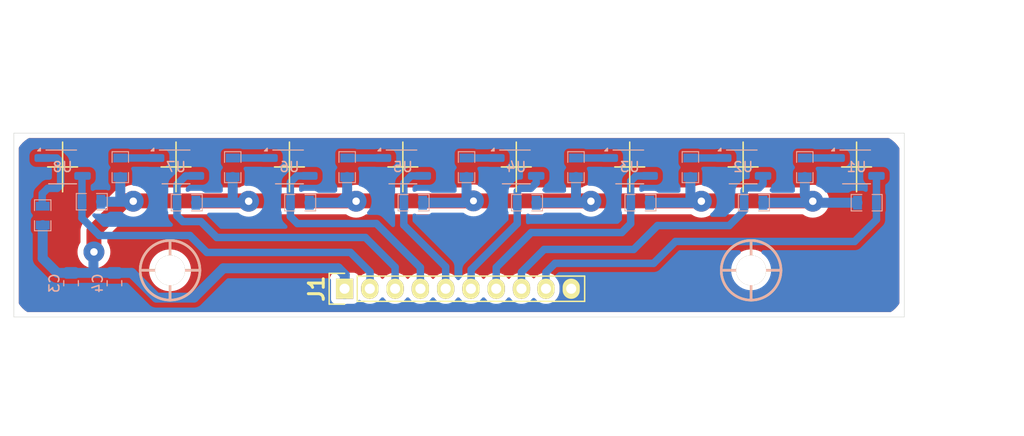
<source format=kicad_pcb>
(kicad_pcb (version 20240108) (generator "pcbnew") (generator_version "8.0")
  (layers (0 "F.Cu" signal) (31 "B.Cu" signal) (34 "B.Paste" user) (35 "F.Paste" user) (36 "B.SilkS" user "B.Silkscreen") (37 "F.SilkS" user "F.Silkscreen") (38 "B.Mask" user) (39 "F.Mask" user) (44 "Edge.Cuts" user))
  (net 0 "")
  (net 1 "GND")
  (net 2 "+3V3")
  (net 3 "Net-(U1-A)")
  (net 4 "/OUT1")
  (net 5 "Net-(U2-A)")
  (net 6 "/OUT2")
  (net 7 "Net-(U3-A)")
  (net 8 "/OUT3")
  (net 9 "Net-(U4-A)")
  (net 10 "/OUT4")
  (net 11 "Net-(U5-A)")
  (net 12 "Net-(U6-A)")
  (net 13 "Net-(U7-A)")
  (net 14 "Net-(U8-A)")
  (net 15 "/OUT5")
  (net 16 "/OUT6")
  (net 17 "/OUT7")
  (net 18 "/OUT8")
  (footprint "EESTN5:Separador_M3_10mm" (layer "F.Cu") (at 122.71 104)
    (property "Reference" "H1" (hide yes))
    (property "Value" "Mounting_Hole" (hide yes))
    (fp_line (start -3 0) (end 3 0) (stroke (width 0.254)) (layer "B.SilkS"))
    (fp_line (start 0 -3) (end 0 3) (stroke (width 0.254)) (layer "B.SilkS"))
    (fp_circle (center 0 0) (end 3 0) (stroke (width 0.254)) (fill none) (layer "B.SilkS"))
    (fp_line (start -3 0) (end 3 0) (stroke (width 0.254)) (layer "F.SilkS"))
    (fp_line (start 0 -3) (end 0 3) (stroke (width 0.254)) (layer "F.SilkS"))
    (fp_circle (center 0 0) (end 3 0) (stroke (width 0.254)) (fill none) (layer "F.SilkS"))
    (pad "1" thru_hole circle (at 0 0) (size 3 3) (drill 3) (layers "*.Cu" "F.SilkS"))
  )
  (footprint "EESTN5:Pin_Header_Straight_1x10" (layer "F.Cu") (at 151.6812 105.8552 90)
    (property "Reference" "J1" (at 0 -14.25 -90) (layer "F.SilkS") (effects (font (size 1.5 1.5) (thickness 0.3))))
    (property "Value" "Conn_01x10_Pin" (hide yes))
    (fp_line (start 1.55 -12.98) (end 1.55 -11.43) (stroke (width 0.15)) (layer "F.SilkS"))
    (fp_line (start -1.55 -12.98) (end 1.55 -12.98) (stroke (width 0.15)) (layer "F.SilkS"))
    (fp_line (start -1.55 -11.43) (end -1.55 -12.98) (stroke (width 0.15)) (layer "F.SilkS"))
    (fp_line (start 1.27 -10.16) (end -1.27 -10.16) (stroke (width 0.15)) (layer "F.SilkS"))
    (fp_line (start 1.27 -10.16) (end 1.27 12.7) (stroke (width 0.15)) (layer "F.SilkS"))
    (fp_line (start 1.27 12.7) (end -1.27 12.7) (stroke (width 0.15)) (layer "F.SilkS"))
    (fp_line (start -1.27 12.7) (end -1.27 -10.16) (stroke (width 0.15)) (layer "F.SilkS"))
    (pad "1" thru_hole rect (at 0 -11.43 90) (size 2.032 1.7272) (drill 1.016) (layers "*.Cu" "*.Mask" "F.SilkS") (net 2 "+3V3"))
    (pad "2" thru_hole oval (at 0 -8.89 90) (size 2.032 1.7272) (drill 1.016) (layers "*.Cu" "*.Mask" "F.SilkS") (net 18 "/OUT8"))
    (pad "3" thru_hole oval (at 0 -6.35 90) (size 2.032 1.7272) (drill 1.016) (layers "*.Cu" "*.Mask" "F.SilkS") (net 17 "/OUT7"))
    (pad "4" thru_hole oval (at 0 -3.81 90) (size 2.032 1.7272) (drill 1.016) (layers "*.Cu" "*.Mask" "F.SilkS") (net 16 "/OUT6"))
    (pad "5" thru_hole oval (at 0 -1.27 90) (size 2.032 1.7272) (drill 1.016) (layers "*.Cu" "*.Mask" "F.SilkS") (net 15 "/OUT5"))
    (pad "6" thru_hole oval (at 0 1.27 90) (size 2.032 1.7272) (drill 1.016) (layers "*.Cu" "*.Mask" "F.SilkS") (net 10 "/OUT4"))
    (pad "7" thru_hole oval (at 0 3.81 90) (size 2.032 1.7272) (drill 1.016) (layers "*.Cu" "*.Mask" "F.SilkS") (net 8 "/OUT3"))
    (pad "8" thru_hole oval (at 0 6.35 90) (size 2.032 1.7272) (drill 1.016) (layers "*.Cu" "*.Mask" "F.SilkS") (net 6 "/OUT2"))
    (pad "9" thru_hole oval (at 0 8.81 90) (size 2.032 1.7272) (drill 1.016) (layers "*.Cu" "*.Mask" "F.SilkS") (net 4 "/OUT1"))
    (pad "10" thru_hole oval (at 0 11.35 90) (size 2.032 1.7272) (drill 1.016) (layers "*.Cu" "*.Mask" "F.SilkS") (net 1 "GND"))
  )
  (footprint "EESTN5:Separador_M3_10mm" (layer "F.Cu") (at 181.11 104)
    (property "Reference" "H2" (hide yes))
    (property "Value" "Mounting_Hole" (hide yes))
    (fp_line (start -3 0) (end 3 0) (stroke (width 0.254)) (layer "B.SilkS"))
    (fp_line (start 0 -3) (end 0 3) (stroke (width 0.254)) (layer "B.SilkS"))
    (fp_circle (center 0 0) (end 3 0) (stroke (width 0.254)) (fill none) (layer "B.SilkS"))
    (fp_line (start -3 0) (end 3 0) (stroke (width 0.254)) (layer "F.SilkS"))
    (fp_line (start 0 -3) (end 0 3) (stroke (width 0.254)) (layer "F.SilkS"))
    (fp_circle (center 0 0) (end 3 0) (stroke (width 0.254)) (fill none) (layer "F.SilkS"))
    (pad "1" thru_hole circle (at 0 0) (size 3 3) (drill 3) (layers "*.Cu" "F.SilkS"))
  )
  (footprint "Capacitor_SMD:C_0805_2012Metric_Pad1.18x1.45mm_HandSolder" (layer "B.Cu") (at 117.12 105.3 -90)
    (property "Reference" "C4" (at 0 1.68 90) (layer "B.SilkS") (effects (justify mirror)))
    (property "Value" "100nf")
    (fp_line (start 0.261252 0.735) (end -0.261252 0.735) (stroke (width 0.12)) (layer "B.SilkS"))
    (fp_line (start 0.261252 -0.735) (end -0.261252 -0.735) (stroke (width 0.12)) (layer "B.SilkS"))
    (pad "1" smd roundrect (at -1.0375 0 270) (size 1.175 1.45) (layers "B.Cu" "B.Paste" "B.Mask") (roundrect_rratio 0.212766) (net 2 "+3V3"))
    (pad "2" smd roundrect (at 1.0375 0 270) (size 1.175 1.45) (layers "B.Cu" "B.Paste" "B.Mask") (roundrect_rratio 0.212766) (net 1 "GND"))
  )
  (footprint "EESTN5:R_0805" (layer "B.Cu") (at 186.51 93.6525 90)
    (property "Reference" "R1" (hide yes))
    (property "Value" "R" (hide yes))
    (fp_line (start 1.5875 -0.8255) (end 1.5875 0.8255) (stroke (width 0.09906)) (layer "B.SilkS"))
    (fp_line (start 0.508 -0.8255) (end 1.5875 -0.8255) (stroke (width 0.09906)) (layer "B.SilkS"))
    (fp_line (start -1.524 -0.8255) (end -0.508 -0.8255) (stroke (width 0.09906)) (layer "B.SilkS"))
    (fp_line (start 1.5875 0.8255) (end 0.508 0.8255) (stroke (width 0.09906)) (layer "B.SilkS"))
    (fp_line (start -0.508 0.8255) (end -1.524 0.8255) (stroke (width 0.09906)) (layer "B.SilkS"))
    (fp_line (start -1.524 0.8255) (end -1.524 -0.8255) (stroke (width 0.09906)) (layer "B.SilkS"))
    (pad "1" smd rect (at -0.9525 0 90) (size 0.889 1.397) (layers "B.Cu" "B.Paste" "B.Mask") (net 2 "+3V3"))
    (pad "2" smd rect (at 0.9525 0 90) (size 0.889 1.397) (layers "B.Cu" "B.Paste" "B.Mask") (net 3 "Net-(U1-A)"))
  )
  (footprint "OptoDevice:OnSemi_CASE100CY" (layer "B.Cu") (at 111.91 93.6 -90)
    (property "Reference" "U8" (at 0 0 180) (layer "B.SilkS") (effects (justify mirror)))
    (property "Value" "QRE1113GR")
    (fp_line (start -1.7 1.67) (end -1.7 -1.4) (stroke (width 0.12)) (layer "B.SilkS"))
    (fp_line (start 1.7 1.4) (end 1.7 -1.4) (stroke (width 0.12)) (layer "B.SilkS"))
    (fp_poly (pts (xy -1.61 2.23) (xy -1.89 2.23) (xy -1.61 2.51) (xy -1.61 2.23)) (stroke (width 0.12)) (fill solid) (layer "B.SilkS"))
    (pad "1" smd roundrect (at -0.9 2 270) (size 0.79 1.66) (layers "B.Cu" "B.Paste" "B.Mask") (net 14 "Net-(U8-A)"))
    (pad "2" smd roundrect (at -0.9 -2 270) (size 0.79 1.66) (layers "B.Cu" "B.Paste" "B.Mask") (net 1 "GND"))
    (pad "3" smd roundrect (at 0.9 -2 270) (size 0.79 1.66) (layers "B.Cu" "B.Paste" "B.Mask") (net 18 "/OUT8"))
    (pad "4" smd roundrect (at 0.9 2 270) (size 0.79 1.66) (layers "B.Cu" "B.Paste" "B.Mask") (net 1 "GND"))
  )
  (footprint "EESTN5:R_0805" (layer "B.Cu") (at 163.51 93.6525 90)
    (property "Reference" "R5" (hide yes))
    (property "Value" "R" (hide yes))
    (fp_line (start 1.5875 -0.8255) (end 1.5875 0.8255) (stroke (width 0.09906)) (layer "B.SilkS"))
    (fp_line (start 0.508 -0.8255) (end 1.5875 -0.8255) (stroke (width 0.09906)) (layer "B.SilkS"))
    (fp_line (start -1.524 -0.8255) (end -0.508 -0.8255) (stroke (width 0.09906)) (layer "B.SilkS"))
    (fp_line (start 1.5875 0.8255) (end 0.508 0.8255) (stroke (width 0.09906)) (layer "B.SilkS"))
    (fp_line (start -0.508 0.8255) (end -1.524 0.8255) (stroke (width 0.09906)) (layer "B.SilkS"))
    (fp_line (start -1.524 0.8255) (end -1.524 -0.8255) (stroke (width 0.09906)) (layer "B.SilkS"))
    (pad "1" smd rect (at -0.9525 0 90) (size 0.889 1.397) (layers "B.Cu" "B.Paste" "B.Mask") (net 2 "+3V3"))
    (pad "2" smd rect (at 0.9525 0 90) (size 0.889 1.397) (layers "B.Cu" "B.Paste" "B.Mask") (net 7 "Net-(U3-A)"))
  )
  (footprint "OptoDevice:OnSemi_CASE100CY" (layer "B.Cu") (at 180.31 93.6 -90)
    (property "Reference" "U2" (at 0 0 180) (layer "B.SilkS") (effects (justify mirror)))
    (property "Value" "QRE1113GR")
    (fp_line (start -1.7 1.67) (end -1.7 -1.4) (stroke (width 0.12)) (layer "B.SilkS"))
    (fp_line (start 1.7 1.4) (end 1.7 -1.4) (stroke (width 0.12)) (layer "B.SilkS"))
    (fp_poly (pts (xy -1.61 2.23) (xy -1.89 2.23) (xy -1.61 2.51) (xy -1.61 2.23)) (stroke (width 0.12)) (fill solid) (layer "B.SilkS"))
    (pad "1" smd roundrect (at -0.9 2 270) (size 0.79 1.66) (layers "B.Cu" "B.Paste" "B.Mask") (net 5 "Net-(U2-A)"))
    (pad "2" smd roundrect (at -0.9 -2 270) (size 0.79 1.66) (layers "B.Cu" "B.Paste" "B.Mask") (net 1 "GND"))
    (pad "3" smd roundrect (at 0.9 -2 270) (size 0.79 1.66) (layers "B.Cu" "B.Paste" "B.Mask") (net 6 "/OUT2"))
    (pad "4" smd roundrect (at 0.9 2 270) (size 0.79 1.66) (layers "B.Cu" "B.Paste" "B.Mask") (net 1 "GND"))
  )
  (footprint "EESTN5:R_0805" (layer "B.Cu") (at 169.9575 97.2)
    (property "Reference" "R6" (hide yes))
    (property "Value" "R" (hide yes))
    (fp_line (start -1.524 -0.8255) (end -0.508 -0.8255) (stroke (width 0.09906)) (layer "B.SilkS"))
    (fp_line (start -1.524 0.8255) (end -1.524 -0.8255) (stroke (width 0.09906)) (layer "B.SilkS"))
    (fp_line (start -0.508 0.8255) (end -1.524 0.8255) (stroke (width 0.09906)) (layer "B.SilkS"))
    (fp_line (start 0.508 -0.8255) (end 1.5875 -0.8255) (stroke (width 0.09906)) (layer "B.SilkS"))
    (fp_line (start 1.5875 -0.8255) (end 1.5875 0.8255) (stroke (width 0.09906)) (layer "B.SilkS"))
    (fp_line (start 1.5875 0.8255) (end 0.508 0.8255) (stroke (width 0.09906)) (layer "B.SilkS"))
    (pad "1" smd rect (at -0.9525 0) (size 0.889 1.397) (layers "B.Cu" "B.Paste" "B.Mask") (net 8 "/OUT3"))
    (pad "2" smd rect (at 0.9525 0) (size 0.889 1.397) (layers "B.Cu" "B.Paste" "B.Mask") (net 2 "+3V3"))
  )
  (footprint "EESTN5:R_0805" (layer "B.Cu") (at 109.91 98.5 90)
    (property "Reference" "R12" (hide yes))
    (property "Value" "R" (hide yes))
    (fp_line (start 1.5875 -0.8255) (end 1.5875 0.8255) (stroke (width 0.09906)) (layer "B.SilkS"))
    (fp_line (start 0.508 -0.8255) (end 1.5875 -0.8255) (stroke (width 0.09906)) (layer "B.SilkS"))
    (fp_line (start -1.524 -0.8255) (end -0.508 -0.8255) (stroke (width 0.09906)) (layer "B.SilkS"))
    (fp_line (start 1.5875 0.8255) (end 0.508 0.8255) (stroke (width 0.09906)) (layer "B.SilkS"))
    (fp_line (start -0.508 0.8255) (end -1.524 0.8255) (stroke (width 0.09906)) (layer "B.SilkS"))
    (fp_line (start -1.524 0.8255) (end -1.524 -0.8255) (stroke (width 0.09906)) (layer "B.SilkS"))
    (pad "1" smd rect (at -0.9525 0 90) (size 0.889 1.397) (layers "B.Cu" "B.Paste" "B.Mask") (net 2 "+3V3"))
    (pad "2" smd rect (at 0.9525 0 90) (size 0.889 1.397) (layers "B.Cu" "B.Paste" "B.Mask") (net 14 "Net-(U8-A)"))
  )
  (footprint "EESTN5:R_0805" (layer "B.Cu") (at 147.1575 97.2)
    (property "Reference" "R13" (hide yes))
    (property "Value" "R" (hide yes))
    (fp_line (start -1.524 -0.8255) (end -0.508 -0.8255) (stroke (width 0.09906)) (layer "B.SilkS"))
    (fp_line (start -1.524 0.8255) (end -1.524 -0.8255) (stroke (width 0.09906)) (layer "B.SilkS"))
    (fp_line (start -0.508 0.8255) (end -1.524 0.8255) (stroke (width 0.09906)) (layer "B.SilkS"))
    (fp_line (start 0.508 -0.8255) (end 1.5875 -0.8255) (stroke (width 0.09906)) (layer "B.SilkS"))
    (fp_line (start 1.5875 -0.8255) (end 1.5875 0.8255) (stroke (width 0.09906)) (layer "B.SilkS"))
    (fp_line (start 1.5875 0.8255) (end 0.508 0.8255) (stroke (width 0.09906)) (layer "B.SilkS"))
    (pad "1" smd rect (at -0.9525 0) (size 0.889 1.397) (layers "B.Cu" "B.Paste" "B.Mask") (net 15 "/OUT5"))
    (pad "2" smd rect (at 0.9525 0) (size 0.889 1.397) (layers "B.Cu" "B.Paste" "B.Mask") (net 2 "+3V3"))
  )
  (footprint "OptoDevice:OnSemi_CASE100CY" (layer "B.Cu") (at 168.91 93.6 -90)
    (property "Reference" "U3" (at 0 0 180) (layer "B.SilkS") (effects (justify mirror)))
    (property "Value" "QRE1113GR")
    (fp_line (start -1.7 1.67) (end -1.7 -1.4) (stroke (width 0.12)) (layer "B.SilkS"))
    (fp_line (start 1.7 1.4) (end 1.7 -1.4) (stroke (width 0.12)) (layer "B.SilkS"))
    (fp_poly (pts (xy -1.61 2.23) (xy -1.89 2.23) (xy -1.61 2.51) (xy -1.61 2.23)) (stroke (width 0.12)) (fill solid) (layer "B.SilkS"))
    (pad "1" smd roundrect (at -0.9 2 270) (size 0.79 1.66) (layers "B.Cu" "B.Paste" "B.Mask") (net 7 "Net-(U3-A)"))
    (pad "2" smd roundrect (at -0.9 -2 270) (size 0.79 1.66) (layers "B.Cu" "B.Paste" "B.Mask") (net 1 "GND"))
    (pad "3" smd roundrect (at 0.9 -2 270) (size 0.79 1.66) (layers "B.Cu" "B.Paste" "B.Mask") (net 8 "/OUT3"))
    (pad "4" smd roundrect (at 0.9 2 270) (size 0.79 1.66) (layers "B.Cu" "B.Paste" "B.Mask") (net 1 "GND"))
  )
  (footprint "EESTN5:R_0805" (layer "B.Cu") (at 129.01 93.6525 90)
    (property "Reference" "R10" (hide yes))
    (property "Value" "R" (hide yes))
    (fp_line (start 1.5875 -0.8255) (end 1.5875 0.8255) (stroke (width 0.09906)) (layer "B.SilkS"))
    (fp_line (start 0.508 -0.8255) (end 1.5875 -0.8255) (stroke (width 0.09906)) (layer "B.SilkS"))
    (fp_line (start -1.524 -0.8255) (end -0.508 -0.8255) (stroke (width 0.09906)) (layer "B.SilkS"))
    (fp_line (start 1.5875 0.8255) (end 0.508 0.8255) (stroke (width 0.09906)) (layer "B.SilkS"))
    (fp_line (start -0.508 0.8255) (end -1.524 0.8255) (stroke (width 0.09906)) (layer "B.SilkS"))
    (fp_line (start -1.524 0.8255) (end -1.524 -0.8255) (stroke (width 0.09906)) (layer "B.SilkS"))
    (pad "1" smd rect (at -0.9525 0 90) (size 0.889 1.397) (layers "B.Cu" "B.Paste" "B.Mask") (net 2 "+3V3"))
    (pad "2" smd rect (at 0.9525 0 90) (size 0.889 1.397) (layers "B.Cu" "B.Paste" "B.Mask") (net 12 "Net-(U6-A)"))
  )
  (footprint "EESTN5:R_0805" (layer "B.Cu") (at 158.5575 97.2)
    (property "Reference" "R8" (hide yes))
    (property "Value" "R" (hide yes))
    (fp_line (start -1.524 -0.8255) (end -0.508 -0.8255) (stroke (width 0.09906)) (layer "B.SilkS"))
    (fp_line (start -1.524 0.8255) (end -1.524 -0.8255) (stroke (width 0.09906)) (layer "B.SilkS"))
    (fp_line (start -0.508 0.8255) (end -1.524 0.8255) (stroke (width 0.09906)) (layer "B.SilkS"))
    (fp_line (start 0.508 -0.8255) (end 1.5875 -0.8255) (stroke (width 0.09906)) (layer "B.SilkS"))
    (fp_line (start 1.5875 -0.8255) (end 1.5875 0.8255) (stroke (width 0.09906)) (layer "B.SilkS"))
    (fp_line (start 1.5875 0.8255) (end 0.508 0.8255) (stroke (width 0.09906)) (layer "B.SilkS"))
    (pad "1" smd rect (at -0.9525 0) (size 0.889 1.397) (layers "B.Cu" "B.Paste" "B.Mask") (net 10 "/OUT4"))
    (pad "2" smd rect (at 0.9525 0) (size 0.889 1.397) (layers "B.Cu" "B.Paste" "B.Mask") (net 2 "+3V3"))
  )
  (footprint "OptoDevice:OnSemi_CASE100CY" (layer "B.Cu") (at 191.71 93.6 -90)
    (property "Reference" "U1" (at 0 0 180) (layer "B.SilkS") (effects (justify mirror)))
    (property "Value" "QRE1113GR")
    (fp_line (start -1.7 1.67) (end -1.7 -1.4) (stroke (width 0.12)) (layer "B.SilkS"))
    (fp_line (start 1.7 1.4) (end 1.7 -1.4) (stroke (width 0.12)) (layer "B.SilkS"))
    (fp_poly (pts (xy -1.61 2.23) (xy -1.89 2.23) (xy -1.61 2.51) (xy -1.61 2.23)) (stroke (width 0.12)) (fill solid) (layer "B.SilkS"))
    (pad "1" smd roundrect (at -0.9 2 270) (size 0.79 1.66) (layers "B.Cu" "B.Paste" "B.Mask") (net 3 "Net-(U1-A)"))
    (pad "2" smd roundrect (at -0.9 -2 270) (size 0.79 1.66) (layers "B.Cu" "B.Paste" "B.Mask") (net 1 "GND"))
    (pad "3" smd roundrect (at 0.9 -2 270) (size 0.79 1.66) (layers "B.Cu" "B.Paste" "B.Mask") (net 4 "/OUT1"))
    (pad "4" smd roundrect (at 0.9 2 270) (size 0.79 1.66) (layers "B.Cu" "B.Paste" "B.Mask") (net 1 "GND"))
  )
  (footprint "OptoDevice:OnSemi_CASE100CY" (layer "B.Cu") (at 123.31 93.6 -90)
    (property "Reference" "U7" (at 0 0 180) (layer "B.SilkS") (effects (justify mirror)))
    (property "Value" "QRE1113GR")
    (fp_line (start -1.7 1.67) (end -1.7 -1.4) (stroke (width 0.12)) (layer "B.SilkS"))
    (fp_line (start 1.7 1.4) (end 1.7 -1.4) (stroke (width 0.12)) (layer "B.SilkS"))
    (fp_poly (pts (xy -1.61 2.23) (xy -1.89 2.23) (xy -1.61 2.51) (xy -1.61 2.23)) (stroke (width 0.12)) (fill solid) (layer "B.SilkS"))
    (pad "1" smd roundrect (at -0.9 2 270) (size 0.79 1.66) (layers "B.Cu" "B.Paste" "B.Mask") (net 13 "Net-(U7-A)"))
    (pad "2" smd roundrect (at -0.9 -2 270) (size 0.79 1.66) (layers "B.Cu" "B.Paste" "B.Mask") (net 1 "GND"))
    (pad "3" smd roundrect (at 0.9 -2 270) (size 0.79 1.66) (layers "B.Cu" "B.Paste" "B.Mask") (net 17 "/OUT7"))
    (pad "4" smd roundrect (at 0.9 2 270) (size 0.79 1.66) (layers "B.Cu" "B.Paste" "B.Mask") (net 1 "GND"))
  )
  (footprint "OptoDevice:OnSemi_CASE100CY" (layer "B.Cu") (at 146.11 93.6 -90)
    (property "Reference" "U5" (at 0 0 180) (layer "B.SilkS") (effects (justify mirror)))
    (property "Value" "QRE1113GR")
    (fp_line (start -1.7 1.67) (end -1.7 -1.4) (stroke (width 0.12)) (layer "B.SilkS"))
    (fp_line (start 1.7 1.4) (end 1.7 -1.4) (stroke (width 0.12)) (layer "B.SilkS"))
    (fp_poly (pts (xy -1.61 2.23) (xy -1.89 2.23) (xy -1.61 2.51) (xy -1.61 2.23)) (stroke (width 0.12)) (fill solid) (layer "B.SilkS"))
    (pad "1" smd roundrect (at -0.9 2 270) (size 0.79 1.66) (layers "B.Cu" "B.Paste" "B.Mask") (net 11 "Net-(U5-A)"))
    (pad "2" smd roundrect (at -0.9 -2 270) (size 0.79 1.66) (layers "B.Cu" "B.Paste" "B.Mask") (net 1 "GND"))
    (pad "3" smd roundrect (at 0.9 -2 270) (size 0.79 1.66) (layers "B.Cu" "B.Paste" "B.Mask") (net 15 "/OUT5"))
    (pad "4" smd roundrect (at 0.9 2 270) (size 0.79 1.66) (layers "B.Cu" "B.Paste" "B.Mask") (net 1 "GND"))
  )
  (footprint "EESTN5:R_0805" (layer "B.Cu") (at 152.51 93.6525 90)
    (property "Reference" "R7" (hide yes))
    (property "Value" "R" (hide yes))
    (fp_line (start 1.5875 -0.8255) (end 1.5875 0.8255) (stroke (width 0.09906)) (layer "B.SilkS"))
    (fp_line (start 0.508 -0.8255) (end 1.5875 -0.8255) (stroke (width 0.09906)) (layer "B.SilkS"))
    (fp_line (start -1.524 -0.8255) (end -0.508 -0.8255) (stroke (width 0.09906)) (layer "B.SilkS"))
    (fp_line (start 1.5875 0.8255) (end 0.508 0.8255) (stroke (width 0.09906)) (layer "B.SilkS"))
    (fp_line (start -0.508 0.8255) (end -1.524 0.8255) (stroke (width 0.09906)) (layer "B.SilkS"))
    (fp_line (start -1.524 0.8255) (end -1.524 -0.8255) (stroke (width 0.09906)) (layer "B.SilkS"))
    (pad "1" smd rect (at -0.9525 0 90) (size 0.889 1.397) (layers "B.Cu" "B.Paste" "B.Mask") (net 2 "+3V3"))
    (pad "2" smd rect (at 0.9525 0 90) (size 0.889 1.397) (layers "B.Cu" "B.Paste" "B.Mask") (net 9 "Net-(U4-A)"))
  )
  (footprint "EESTN5:R_0805" (layer "B.Cu") (at 175.01 93.6525 90)
    (property "Reference" "R3" (hide yes))
    (property "Value" "R" (hide yes))
    (fp_line (start 1.5875 -0.8255) (end 1.5875 0.8255) (stroke (width 0.09906)) (layer "B.SilkS"))
    (fp_line (start 0.508 -0.8255) (end 1.5875 -0.8255) (stroke (width 0.09906)) (layer "B.SilkS"))
    (fp_line (start -1.524 -0.8255) (end -0.508 -0.8255) (stroke (width 0.09906)) (layer "B.SilkS"))
    (fp_line (start 1.5875 0.8255) (end 0.508 0.8255) (stroke (width 0.09906)) (layer "B.SilkS"))
    (fp_line (start -0.508 0.8255) (end -1.524 0.8255) (stroke (width 0.09906)) (layer "B.SilkS"))
    (fp_line (start -1.524 0.8255) (end -1.524 -0.8255) (stroke (width 0.09906)) (layer "B.SilkS"))
    (pad "1" smd rect (at -0.9525 0 90) (size 0.889 1.397) (layers "B.Cu" "B.Paste" "B.Mask") (net 2 "+3V3"))
    (pad "2" smd rect (at 0.9525 0 90) (size 0.889 1.397) (layers "B.Cu" "B.Paste" "B.Mask") (net 5 "Net-(U2-A)"))
  )
  (footprint "EESTN5:R_0805" (layer "B.Cu") (at 117.71 93.6525 90)
    (property "Reference" "R11" (hide yes))
    (property "Value" "R" (hide yes))
    (fp_line (start 1.5875 -0.8255) (end 1.5875 0.8255) (stroke (width 0.09906)) (layer "B.SilkS"))
    (fp_line (start 0.508 -0.8255) (end 1.5875 -0.8255) (stroke (width 0.09906)) (layer "B.SilkS"))
    (fp_line (start -1.524 -0.8255) (end -0.508 -0.8255) (stroke (width 0.09906)) (layer "B.SilkS"))
    (fp_line (start 1.5875 0.8255) (end 0.508 0.8255) (stroke (width 0.09906)) (layer "B.SilkS"))
    (fp_line (start -0.508 0.8255) (end -1.524 0.8255) (stroke (width 0.09906)) (layer "B.SilkS"))
    (fp_line (start -1.524 0.8255) (end -1.524 -0.8255) (stroke (width 0.09906)) (layer "B.SilkS"))
    (pad "1" smd rect (at -0.9525 0 90) (size 0.889 1.397) (layers "B.Cu" "B.Paste" "B.Mask") (net 2 "+3V3"))
    (pad "2" smd rect (at 0.9525 0 90) (size 0.889 1.397) (layers "B.Cu" "B.Paste" "B.Mask") (net 13 "Net-(U7-A)"))
  )
  (footprint "EESTN5:R_0805" (layer "B.Cu") (at 135.7575 97.2)
    (property "Reference" "R14" (hide yes))
    (property "Value" "R" (hide yes))
    (fp_line (start -1.524 -0.8255) (end -0.508 -0.8255) (stroke (width 0.09906)) (layer "B.SilkS"))
    (fp_line (start -1.524 0.8255) (end -1.524 -0.8255) (stroke (width 0.09906)) (layer "B.SilkS"))
    (fp_line (start -0.508 0.8255) (end -1.524 0.8255) (stroke (width 0.09906)) (layer "B.SilkS"))
    (fp_line (start 0.508 -0.8255) (end 1.5875 -0.8255) (stroke (width 0.09906)) (layer "B.SilkS"))
    (fp_line (start 1.5875 -0.8255) (end 1.5875 0.8255) (stroke (width 0.09906)) (layer "B.SilkS"))
    (fp_line (start 1.5875 0.8255) (end 0.508 0.8255) (stroke (width 0.09906)) (layer "B.SilkS"))
    (pad "1" smd rect (at -0.9525 0) (size 0.889 1.397) (layers "B.Cu" "B.Paste" "B.Mask") (net 16 "/OUT6"))
    (pad "2" smd rect (at 0.9525 0) (size 0.889 1.397) (layers "B.Cu" "B.Paste" "B.Mask") (net 2 "+3V3"))
  )
  (footprint "OptoDevice:OnSemi_CASE100CY" (layer "B.Cu") (at 134.71 93.6 -90)
    (property "Reference" "U6" (at 0 0 180) (layer "B.SilkS") (effects (justify mirror)))
    (property "Value" "QRE1113GR")
    (fp_line (start -1.7 1.67) (end -1.7 -1.4) (stroke (width 0.12)) (layer "B.SilkS"))
    (fp_line (start 1.7 1.4) (end 1.7 -1.4) (stroke (width 0.12)) (layer "B.SilkS"))
    (fp_poly (pts (xy -1.61 2.23) (xy -1.89 2.23) (xy -1.61 2.51) (xy -1.61 2.23)) (stroke (width 0.12)) (fill solid) (layer "B.SilkS"))
    (pad "1" smd roundrect (at -0.9 2 270) (size 0.79 1.66) (layers "B.Cu" "B.Paste" "B.Mask") (net 12 "Net-(U6-A)"))
    (pad "2" smd roundrect (at -0.9 -2 270) (size 0.79 1.66) (layers "B.Cu" "B.Paste" "B.Mask") (net 1 "GND"))
    (pad "3" smd roundrect (at 0.9 -2 270) (size 0.79 1.66) (layers "B.Cu" "B.Paste" "B.Mask") (net 16 "/OUT6"))
    (pad "4" smd roundrect (at 0.9 2 270) (size 0.79 1.66) (layers "B.Cu" "B.Paste" "B.Mask") (net 1 "GND"))
  )
  (footprint "EESTN5:R_0805" (layer "B.Cu") (at 140.51 93.6525 90)
    (property "Reference" "R9" (hide yes))
    (property "Value" "R" (hide yes))
    (fp_line (start 1.5875 -0.8255) (end 1.5875 0.8255) (stroke (width 0.09906)) (layer "B.SilkS"))
    (fp_line (start 0.508 -0.8255) (end 1.5875 -0.8255) (stroke (width 0.09906)) (layer "B.SilkS"))
    (fp_line (start -1.524 -0.8255) (end -0.508 -0.8255) (stroke (width 0.09906)) (layer "B.SilkS"))
    (fp_line (start 1.5875 0.8255) (end 0.508 0.8255) (stroke (width 0.09906)) (layer "B.SilkS"))
    (fp_line (start -0.508 0.8255) (end -1.524 0.8255) (stroke (width 0.09906)) (layer "B.SilkS"))
    (fp_line (start -1.524 0.8255) (end -1.524 -0.8255) (stroke (width 0.09906)) (layer "B.SilkS"))
    (pad "1" smd rect (at -0.9525 0 90) (size 0.889 1.397) (layers "B.Cu" "B.Paste" "B.Mask") (net 2 "+3V3"))
    (pad "2" smd rect (at 0.9525 0 90) (size 0.889 1.397) (layers "B.Cu" "B.Paste" "B.Mask") (net 11 "Net-(U5-A)"))
  )
  (footprint "OptoDevice:OnSemi_CASE100CY" (layer "B.Cu") (at 157.51 93.6 -90)
    (property "Reference" "U4" (at 0 0 180) (layer "B.SilkS") (effects (justify mirror)))
    (property "Value" "QRE1113GR")
    (fp_line (start -1.7 1.67) (end -1.7 -1.4) (stroke (width 0.12)) (layer "B.SilkS"))
    (fp_line (start 1.7 1.4) (end 1.7 -1.4) (stroke (width 0.12)) (layer "B.SilkS"))
    (fp_poly (pts (xy -1.61 2.23) (xy -1.89 2.23) (xy -1.61 2.51) (xy -1.61 2.23)) (stroke (width 0.12)) (fill solid) (layer "B.SilkS"))
    (pad "1" smd roundrect (at -0.9 2 270) (size 0.79 1.66) (layers "B.Cu" "B.Paste" "B.Mask") (net 9 "Net-(U4-A)"))
    (pad "2" smd roundrect (at -0.9 -2 270) (size 0.79 1.66) (layers "B.Cu" "B.Paste" "B.Mask") (net 1 "GND"))
    (pad "3" smd roundrect (at 0.9 -2 270) (size 0.79 1.66) (layers "B.Cu" "B.Paste" "B.Mask") (net 10 "/OUT4"))
    (pad "4" smd roundrect (at 0.9 2 270) (size 0.79 1.66) (layers "B.Cu" "B.Paste" "B.Mask") (net 1 "GND"))
  )
  (footprint "EESTN5:R_0805" (layer "B.Cu") (at 114.81 97.1)
    (property "Reference" "R16" (hide yes))
    (property "Value" "R" (hide yes))
    (fp_line (start -1.524 -0.8255) (end -0.508 -0.8255) (stroke (width 0.09906)) (layer "B.SilkS"))
    (fp_line (start -1.524 0.8255) (end -1.524 -0.8255) (stroke (width 0.09906)) (layer "B.SilkS"))
    (fp_line (start -0.508 0.8255) (end -1.524 0.8255) (stroke (width 0.09906)) (layer "B.SilkS"))
    (fp_line (start 0.508 -0.8255) (end 1.5875 -0.8255) (stroke (width 0.09906)) (layer "B.SilkS"))
    (fp_line (start 1.5875 -0.8255) (end 1.5875 0.8255) (stroke (width 0.09906)) (layer "B.SilkS"))
    (fp_line (start 1.5875 0.8255) (end 0.508 0.8255) (stroke (width 0.09906)) (layer "B.SilkS"))
    (pad "1" smd rect (at -0.9525 0) (size 0.889 1.397) (layers "B.Cu" "B.Paste" "B.Mask") (net 18 "/OUT8"))
    (pad "2" smd rect (at 0.9525 0) (size 0.889 1.397) (layers "B.Cu" "B.Paste" "B.Mask") (net 2 "+3V3"))
  )
  (footprint "Capacitor_SMD:C_0805_2012Metric_Pad1.18x1.45mm_HandSolder" (layer "B.Cu") (at 112.76 105.3 -90)
    (property "Reference" "C3" (at 0 1.68 90) (layer "B.SilkS") (effects (justify mirror)))
    (property "Value" "100nf")
    (fp_line (start 0.261252 0.735) (end -0.261252 0.735) (stroke (width 0.12)) (layer "B.SilkS"))
    (fp_line (start 0.261252 -0.735) (end -0.261252 -0.735) (stroke (width 0.12)) (layer "B.SilkS"))
    (pad "1" smd roundrect (at -1.0375 0 270) (size 1.175 1.45) (layers "B.Cu" "B.Paste" "B.Mask") (roundrect_rratio 0.212766) (net 2 "+3V3"))
    (pad "2" smd roundrect (at 1.0375 0 270) (size 1.175 1.45) (layers "B.Cu" "B.Paste" "B.Mask") (roundrect_rratio 0.212766) (net 1 "GND"))
  )
  (footprint "EESTN5:R_0805" (layer "B.Cu") (at 124.3575 97.2)
    (property "Reference" "R15" (hide yes))
    (property "Value" "R" (hide yes))
    (fp_line (start -1.524 -0.8255) (end -0.508 -0.8255) (stroke (width 0.09906)) (layer "B.SilkS"))
    (fp_line (start -1.524 0.8255) (end -1.524 -0.8255) (stroke (width 0.09906)) (layer "B.SilkS"))
    (fp_line (start -0.508 0.8255) (end -1.524 0.8255) (stroke (width 0.09906)) (layer "B.SilkS"))
    (fp_line (start 0.508 -0.8255) (end 1.5875 -0.8255) (stroke (width 0.09906)) (layer "B.SilkS"))
    (fp_line (start 1.5875 -0.8255) (end 1.5875 0.8255) (stroke (width 0.09906)) (layer "B.SilkS"))
    (fp_line (start 1.5875 0.8255) (end 0.508 0.8255) (stroke (width 0.09906)) (layer "B.SilkS"))
    (pad "1" smd rect (at -0.9525 0) (size 0.889 1.397) (layers "B.Cu" "B.Paste" "B.Mask") (net 17 "/OUT7"))
    (pad "2" smd rect (at 0.9525 0) (size 0.889 1.397) (layers "B.Cu" "B.Paste" "B.Mask") (net 2 "+3V3"))
  )
  (footprint "EESTN5:R_0805" (layer "B.Cu") (at 181.3575 97.2)
    (property "Reference" "R4" (hide yes))
    (property "Value" "R" (hide yes))
    (fp_line (start -1.524 -0.8255) (end -0.508 -0.8255) (stroke (width 0.09906)) (layer "B.SilkS"))
    (fp_line (start -1.524 0.8255) (end -1.524 -0.8255) (stroke (width 0.09906)) (layer "B.SilkS"))
    (fp_line (start -0.508 0.8255) (end -1.524 0.8255) (stroke (width 0.09906)) (layer "B.SilkS"))
    (fp_line (start 0.508 -0.8255) (end 1.5875 -0.8255) (stroke (width 0.09906)) (layer "B.SilkS"))
    (fp_line (start 1.5875 -0.8255) (end 1.5875 0.8255) (stroke (width 0.09906)) (layer "B.SilkS"))
    (fp_line (start 1.5875 0.8255) (end 0.508 0.8255) (stroke (width 0.09906)) (layer "B.SilkS"))
    (pad "1" smd rect (at -0.9525 0) (size 0.889 1.397) (layers "B.Cu" "B.Paste" "B.Mask") (net 6 "/OUT2"))
    (pad "2" smd rect (at 0.9525 0) (size 0.889 1.397) (layers "B.Cu" "B.Paste" "B.Mask") (net 2 "+3V3"))
  )
  (footprint "EESTN5:R_0805" (layer "B.Cu") (at 192.7575 97.2 180)
    (property "Reference" "R2" (hide yes))
    (property "Value" "R" (hide yes))
    (fp_line (start 1.5875 0.8255) (end 0.508 0.8255) (stroke (width 0.09906)) (layer "B.SilkS"))
    (fp_line (start 1.5875 -0.8255) (end 1.5875 0.8255) (stroke (width 0.09906)) (layer "B.SilkS"))
    (fp_line (start 0.508 -0.8255) (end 1.5875 -0.8255) (stroke (width 0.09906)) (layer "B.SilkS"))
    (fp_line (start -0.508 0.8255) (end -1.524 0.8255) (stroke (width 0.09906)) (layer "B.SilkS"))
    (fp_line (start -1.524 0.8255) (end -1.524 -0.8255) (stroke (width 0.09906)) (layer "B.SilkS"))
    (fp_line (start -1.524 -0.8255) (end -0.508 -0.8255) (stroke (width 0.09906)) (layer "B.SilkS"))
    (pad "1" smd rect (at -0.9525 0 180) (size 0.889 1.397) (layers "B.Cu" "B.Paste" "B.Mask") (net 4 "/OUT1"))
    (pad "2" smd rect (at 0.9525 0 180) (size 0.889 1.397) (layers "B.Cu" "B.Paste" "B.Mask") (net 2 "+3V3"))
  )
  (gr_line (start 191.71 93.6) (end 190.21 93.6) (stroke (width 0.15)) (layer "F.SilkS"))
  (gr_line (start 191.71 91.1) (end 191.71 96.1) (stroke (width 0.15)) (layer "F.SilkS"))
  (gr_line (start 146.11 93.6) (end 144.61 93.6) (stroke (width 0.15)) (layer "F.SilkS"))
  (gr_line (start 180.31 93.6) (end 178.81 93.6) (stroke (width 0.15)) (layer "F.SilkS"))
  (gr_line (start 191.71 93.6) (end 193.21 93.6) (stroke (width 0.15)) (layer "F.SilkS"))
  (gr_line (start 134.71 93.6) (end 136.21 93.6) (stroke (width 0.15)) (layer "F.SilkS"))
  (gr_line (start 157.51 93.6) (end 156.01 93.6) (stroke (width 0.15)) (layer "F.SilkS"))
  (gr_line (start 157.51 91.1) (end 157.51 96.1) (stroke (width 0.15)) (layer "F.SilkS"))
  (gr_line (start 123.31 93.6) (end 121.81 93.6) (stroke (width 0.15)) (layer "F.SilkS"))
  (gr_line (start 168.91 93.6) (end 167.41 93.6) (stroke (width 0.15)) (layer "F.SilkS"))
  (gr_line (start 180.31 91.1) (end 180.31 96.1) (stroke (width 0.15)) (layer "F.SilkS"))
  (gr_line (start 123.31 93.6) (end 124.81 93.6) (stroke (width 0.15)) (layer "F.SilkS"))
  (gr_line (start 168.91 93.6) (end 170.41 93.6) (stroke (width 0.15)) (layer "F.SilkS"))
  (gr_line (start 146.11 91.1) (end 146.11 96.1) (stroke (width 0.15)) (layer "F.SilkS"))
  (gr_line (start 146.11 93.6) (end 147.61 93.6) (stroke (width 0.15)) (layer "F.SilkS"))
  (gr_line (start 168.91 91.1) (end 168.91 96.1) (stroke (width 0.15)) (layer "F.SilkS"))
  (gr_line (start 111.91 93.6) (end 110.41 93.6) (stroke (width 0.15)) (layer "F.SilkS"))
  (gr_line (start 111.91 93.6) (end 113.41 93.6) (stroke (width 0.15)) (layer "F.SilkS"))
  (gr_line (start 134.71 91.1) (end 134.71 96.1) (stroke (width 0.15)) (layer "F.SilkS"))
  (gr_line (start 134.71 93.6) (end 133.21 93.6) (stroke (width 0.15)) (layer "F.SilkS"))
  (gr_line (start 180.31 93.6) (end 181.81 93.6) (stroke (width 0.15)) (layer "F.SilkS"))
  (gr_line (start 111.91 91.1) (end 111.91 96.1) (stroke (width 0.15)) (layer "F.SilkS"))
  (gr_line (start 157.51 93.6) (end 159.01 93.6) (stroke (width 0.15)) (layer "F.SilkS"))
  (gr_line (start 123.31 91.1) (end 123.31 96.1) (stroke (width 0.15)) (layer "F.SilkS"))
  (gr_line (start 196.51 90.2) (end 107.01 90.2) (stroke (width 0.05)) (layer "Edge.Cuts"))
  (gr_line (start 107.01 108.7) (end 196.51 108.7) (stroke (width 0.05)) (layer "Edge.Cuts"))
  (gr_line (start 107.01 90.2) (end 107.01 108.7) (stroke (width 0.05)) (layer "Edge.Cuts"))
  (gr_line (start 196.51 108.7) (end 196.51 90.2) (stroke (width 0.05)) (layer "Edge.Cuts"))
  (segment (start 115.06 100.05) (end 118.094 97.016) (width 1.5) (layer "F.Cu") (net 2))
  (segment (start 187.31 97.2) (end 187.21 97.1) (width 1) (layer "F.Cu") (net 2))
  (segment (start 153.2052 97.016) (end 187.276 97.016) (width 1.5) (layer "F.Cu") (net 2))
  (segment (start 118.094 97.016) (end 153.2052 97.016) (width 1.5) (layer "F.Cu") (net 2))
  (segment (start 115.06 102.15) (end 115.06 100.05) (width 1.5) (layer "F.Cu") (net 2))
  (segment (start 187.276 97.016) (end 187.31 97.05) (width 1) (layer "F.Cu") (net 2))
  (via (at 176.11 97.05) (size 2.1) (drill 0.75) (layers "F.Cu" "B.Cu") (net 2))
  (via (at 119.01 97.05) (size 2.1) (drill 0.75) (layers "F.Cu" "B.Cu") (net 2))
  (via (at 165.01 97.05) (size 2.1) (drill 0.75) (layers "F.Cu" "B.Cu") (net 2))
  (via (at 115.06 102.15) (size 2.1) (drill 0.75) (layers "F.Cu" "B.Cu") (net 2))
  (via (at 141.41 97.05) (size 2.1) (drill 0.75) (layers "F.Cu" "B.Cu") (net 2))
  (via (at 187.31 97.05) (size 2.1) (drill 0.75) (layers "F.Cu" "B.Cu") (net 2))
  (via (at 130.61 97.05) (size 2.1) (drill 0.75) (layers "F.Cu" "B.Cu") (net 2))
  (via (at 153.2052 97.016) (size 2.1) (drill 0.7) (layers "F.Cu" "B.Cu") (net 2))
  (segment (start 125.11 106.75) (end 121.335 106.75) (width 1) (layer "B.Cu") (net 2))
  (segment (start 163.51 96.9) (end 163.81 97.2) (width 1) (layer "B.Cu") (net 2))
  (segment (start 191.705 97.2) (end 191.805 97.1) (width 0.75) (layer "B.Cu") (net 2))
  (segment (start 140.27 106.4) (end 140.27 104.46) (width 1) (layer "B.Cu") (net 2))
  (segment (start 117.12 104.2625) (end 115.01 104.2625) (width 1) (layer "B.Cu") (net 2))
  (segment (start 186.51 94.605) (end 186.51 96.4) (width 1) (layer "B.Cu") (net 2))
  (segment (start 129.26 97.2) (end 130.61 97.2) (width 1) (layer "B.Cu") (net 2))
  (segment (start 121.335 106.75) (end 118.8475 104.2625) (width 1) (layer "B.Cu") (net 2))
  (segment (start 139.61 103.8) (end 128.06 103.8) (width 1) (layer "B.Cu") (net 2))
  (segment (start 115.01 104.2625) (end 112.76 104.2625) (width 1) (layer "B.Cu") (net 2))
  (segment (start 165.01 97.2) (end 165.21 97.2) (width 0.75) (layer "B.Cu") (net 2))
  (segment (start 125.31 97.2) (end 129.26 97.2) (width 1) (layer "B.Cu") (net 2))
  (segment (start 139.76 97.2) (end 141.41 97.2) (width 1) (layer "B.Cu") (net 2))
  (segment (start 175.61 97.2) (end 176.11 97.2) (width 1) (layer "B.Cu") (net 2))
  (segment (start 112.76 104.2625) (end 111.3725 104.2625) (width 1) (layer "B.Cu") (net 2))
  (segment (start 186.51 96.4) (end 187.31 97.2) (width 1) (layer "B.Cu") (net 2))
  (segment (start 191.805 97.2) (end 187.31 97.2) (width 1) (layer "B.Cu") (net 2))
  (segment (start 152.51 96.85) (end 152.16 97.2) (width 1) (layer "B.Cu") (net 2))
  (segment (start 163.51 94.605) (end 163.51 96.9) (width 1) (layer "B.Cu") (net 2))
  (segment (start 139.76 97.2) (end 140.51 96.45) (width 1) (layer "B.Cu") (net 2))
  (segment (start 163.81 97.2) (end 165.01 97.2) (width 1) (layer "B.Cu") (net 2))
  (segment (start 129.01 96.95) (end 129.26 97.2) (width 1) (layer "B.Cu") (net 2))
  (segment (start 115.01 104.2625) (end 115.01 102.2) (width 1) (layer "B.Cu") (net 2))
  (segment (start 111.3725 104.2625) (end 109.91 102.8) (width 1) (layer "B.Cu") (net 2))
  (segment (start 175.01 94.605) (end 175.01 96.6) (width 1) (layer "B.Cu") (net 2))
  (segment (start 159.51 97.2) (end 163.81 97.2) (width 1) (layer "B.Cu") (net 2))
  (segment (start 118.96 97.1) (end 119.01 97.05) (width 1) (layer "B.Cu") (net 2))
  (segment (start 117.51 97.1) (end 118.96 97.1) (width 1) (layer "B.Cu") (net 2))
  (segment (start 115.7625 97.1) (end 117.51 97.1) (width 1) (layer "B.Cu") (net 2))
  (segment (start 128.06 103.8) (end 125.11 106.75) (width 1) (layer "B.Cu") (net 2))
  (segment (start 109.91 102.8) (end 109.91 99.4525) (width 1) (layer "B.Cu") (net 2))
  (segment (start 170.91 97.2) (end 176.11 97.2) (width 1) (layer "B.Cu") (net 2))
  (segment (start 117.71 96.9) (end 117.71 94.605) (width 1) (layer "B.Cu") (net 2))
  (segment (start 175.01 96.6) (end 175.61 97.2) (width 1) (layer "B.Cu") (net 2))
  (segment (start 118.8475 104.2625) (end 117.12 104.2625) (width 1) (layer "B.Cu") (net 2))
  (segment (start 136.71 97.2) (end 139.76 97.2) (width 1) (layer "B.Cu") (net 2))
  (segment (start 140.27 104.46) (end 139.61 103.8) (width 1) (layer "B.Cu") (net 2))
  (segment (start 117.51 97.1) (end 117.71 96.9) (width 1) (layer "B.Cu") (net 2))
  (segment (start 129.01 94.605) (end 129.01 96.95) (width 1) (layer "B.Cu") (net 2))
  (segment (start 182.31 97.2) (end 187.31 97.2) (width 1) (layer "B.Cu") (net 2))
  (segment (start 152.16 97.2) (end 148.11 97.2) (width 1) (layer "B.Cu") (net 2))
  (segment (start 115.01 102.2) (end 115.06 102.15) (width 1) (layer "B.Cu") (net 2))
  (segment (start 140.51 96.45) (end 140.51 94.605) (width 1) (layer "B.Cu") (net 2))
  (segment (start 152.51 94.605) (end 152.51 96.85) (width 1) (layer "B.Cu") (net 2))
  (segment (start 115.06 102.15) (end 115.01 102.1) (width 0.75) (layer "B.Cu") (net 2))
  (segment (start 189.71 92.7) (end 186.51 92.7) (width 0.75) (layer "B.Cu") (net 3))
  (segment (start 160.4912 104.208) (end 161.3992 103.3) (width 0.75) (layer "B.Cu") (net 4))
  (segment (start 160.51 106.4) (end 160.4912 106.3812) (width 0.75) (layer "B.Cu") (net 4))
  (segment (start 173.51 101.1) (end 191.51 101.1) (width 0.75) (layer "B.Cu") (net 4))
  (segment (start 193.71 98.9) (end 193.71 97.2) (width 0.75) (layer "B.Cu") (net 4))
  (segment (start 160.4912 106.3812) (end 160.4912 104.208) (width 0.75) (layer "B.Cu") (net 4))
  (segment (start 191.51 101.1) (end 193.71 98.9) (width 0.75) (layer "B.Cu") (net 4))
  (segment (start 161.3992 103.3) (end 171.31 103.3) (width 0.75) (layer "B.Cu") (net 4))
  (segment (start 171.31 103.3) (end 173.51 101.1) (width 0.75) (layer "B.Cu") (net 4))
  (segment (start 193.71 94.5) (end 193.71 97.354) (width 0.75) (layer "B.Cu") (net 4))
  (segment (start 178.31 92.7) (end 175.01 92.7) (width 0.75) (layer "B.Cu") (net 5))
  (segment (start 158.0312 104.1788) (end 160.31 101.9) (width 0.75) (layer "B.Cu") (net 6))
  (segment (start 158.05 106.4) (end 158.0312 106.3812) (width 0.75) (layer "B.Cu") (net 6))
  (segment (start 160.31 101.9) (end 169.31 101.9) (width 0.75) (layer "B.Cu") (net 6))
  (segment (start 181.91 95.7) (end 182.31 95.3) (width 0.75) (layer "B.Cu") (net 6))
  (segment (start 158.0312 106.3812) (end 158.0312 104.1788) (width 0.75) (layer "B.Cu") (net 6))
  (segment (start 180.71 95.7) (end 181.91 95.7) (width 0.75) (layer "B.Cu") (net 6))
  (segment (start 171.71 99.5) (end 178.91 99.5) (width 0.75) (layer "B.Cu") (net 6))
  (segment (start 180.405 97.2) (end 180.405 96.005) (width 0.75) (layer "B.Cu") (net 6))
  (segment (start 169.31 101.9) (end 171.71 99.5) (width 0.75) (layer "B.Cu") (net 6))
  (segment (start 180.405 96.005) (end 180.71 95.7) (width 0.75) (layer "B.Cu") (net 6))
  (segment (start 182.31 95.3) (end 182.31 94.5) (width 0.75) (layer "B.Cu") (net 6))
  (segment (start 178.91 99.5) (end 180.405 98.005) (width 0.75) (layer "B.Cu") (net 6))
  (segment (start 180.405 98.005) (end 180.405 97.2) (width 0.75) (layer "B.Cu") (net 6))
  (segment (start 166.91 92.7) (end 163.51 92.7) (width 0.75) (layer "B.Cu") (net 7))
  (segment (start 169.005 99.305) (end 169.005 97.2) (width 0.75) (layer "B.Cu") (net 8))
  (segment (start 155.4912 103.7188) (end 159.01 100.2) (width 0.75) (layer "B.Cu") (net 8))
  (segment (start 168.11 100.2) (end 169.005 99.305) (width 0.75) (layer "B.Cu") (net 8))
  (segment (start 159.01 100.2) (end 168.11 100.2) (width 0.75) (layer "B.Cu") (net 8))
  (segment (start 155.4912 106.3812) (end 155.4912 103.7188) (width 0.75) (layer "B.Cu") (net 8))
  (segment (start 169.005 97.2) (end 169.005 95.0338) (width 0.75) (layer "B.Cu") (net 8))
  (segment (start 169.005 95.0338) (end 169.5388 94.5) (width 0.75) (layer "B.Cu") (net 8))
  (segment (start 155.51 106.4) (end 155.4912 106.3812) (width 0.75) (layer "B.Cu") (net 8))
  (segment (start 169.5388 94.5) (end 170.91 94.5) (width 0.75) (layer "B.Cu") (net 8))
  (segment (start 155.51 92.7) (end 152.51 92.7) (width 0.75) (layer "B.Cu") (net 9))
  (segment (start 159.51 94.5) (end 159.51 95.2) (width 0.75) (layer "B.Cu") (net 10))
  (segment (start 157.605 99.305) (end 157.605 97.2) (width 0.75) (layer "B.Cu") (net 10))
  (segment (start 157.605 96.055) (end 157.605 97.2) (width 0.75) (layer "B.Cu") (net 10))
  (segment (start 152.97 106.4) (end 152.97 103.94) (width 0.75) (layer "B.Cu") (net 10))
  (segment (start 159.51 95.2) (end 158.96 95.75) (width 0.75) (layer "B.Cu") (net 10))
  (segment (start 158.96 95.75) (end 157.91 95.75) (width 0.75) (layer "B.Cu") (net 10))
  (segment (start 152.97 103.94) (end 157.605 99.305) (width 0.75) (layer "B.Cu") (net 10))
  (segment (start 157.91 95.75) (end 157.605 96.055) (width 0.75) (layer "B.Cu") (net 10))
  (segment (start 144.11 92.7) (end 140.51 92.7) (width 0.75) (layer "B.Cu") (net 11))
  (segment (start 132.71 92.7) (end 129.01 92.7) (width 0.75) (layer "B.Cu") (net 12))
  (segment (start 121.31 92.7) (end 117.71 92.7) (width 0.75) (layer "B.Cu") (net 13))
  (segment (start 109.86 96.3) (end 110.41 95.75) (width 0.75) (layer "B.Cu") (net 14))
  (segment (start 110.41 95.75) (end 111.36 95.75) (width 0.75) (layer "B.Cu") (net 14))
  (segment (start 109.86 97.4975) (end 109.86 96.3) (width 0.75) (layer "B.Cu") (net 14))
  (segment (start 111.31 92.7) (end 109.91 92.7) (width 0.75) (layer "B.Cu") (net 14))
  (segment (start 111.71 93.1) (end 111.31 92.7) (width 0.75) (layer "B.Cu") (net 14))
  (segment (start 111.71 95.4) (end 111.71 93.1) (width 0.75) (layer "B.Cu") (net 14))
  (segment (start 109.91 97.5475) (end 109.86 97.4975) (width 0.75) (layer "B.Cu") (net 14))
  (segment (start 111.36 95.75) (end 111.71 95.4) (width 0.75) (layer "B.Cu") (net 14))
  (segment (start 146.9328 94.5) (end 146.205 95.2278) (width 0.75) (layer "B.Cu") (net 15))
  (segment (start 150.4112 106.3812) (end 150.4112 103.6512) (width 0.75) (layer "B.Cu") (net 15))
  (segment (start 148.11 94.5) (end 146.9328 94.5) (width 0.75) (layer "B.Cu") (net 15))
  (segment (start 150.4112 103.6512) (end 146.205 99.445) (width 0.75) (layer "B.Cu") (net 15))
  (segment (start 146.205 95.2278) (end 146.205 97.2) (width 0.75) (layer "B.Cu") (net 15))
  (segment (start 150.43 106.4) (end 150.4112 106.3812) (width 0.75) (layer "B.Cu") (net 15))
  (segment (start 146.205 99.445) (end 146.205 97.2) (width 0.75) (layer "B.Cu") (net 15))
  (segment (start 147.8712 103.7216) (end 143.4496 99.3) (width 0.75) (layer "B.Cu") (net 16))
  (segment (start 135.51 99.3) (end 134.805 98.595) (width 0.75) (layer "B.Cu") (net 16))
  (segment (start 135.452 94.5) (end 134.805 95.147) (width 0.75) (layer "B.Cu") (net 16))
  (segment (start 143.4496 99.3) (end 135.51 99.3) (width 0.75) (layer "B.Cu") (net 16))
  (segment (start 147.8712 106.3812) (end 147.8712 103.7216) (width 0.75) (layer "B.Cu") (net 16))
  (segment (start 134.805 98.595) (end 134.805 97.2) (width 0.75) (layer "B.Cu") (net 16))
  (segment (start 147.89 106.4) (end 147.8712 106.3812) (width 0.75) (layer "B.Cu") (net 16))
  (segment (start 136.71 94.5) (end 135.452 94.5) (width 0.75) (layer "B.Cu") (net 16))
  (segment (start 134.805 95.147) (end 134.805 97.2) (width 0.75) (layer "B.Cu") (net 16))
  (segment (start 123.405 95.371) (end 123.405 97.2) (width 0.75) (layer "B.Cu") (net 17))
  (segment (start 123.405 98.5086) (end 123.405 97.2) (width 0.75) (layer "B.Cu") (net 17))
  (segment (start 142.347002 100.7) (end 127.41 100.7) (width 0.75) (layer "B.Cu") (net 17))
  (segment (start 125.31 94.5) (end 124.276 94.5) (width 0.75) (layer "B.Cu") (net 17))
  (segment (start 127.41 100.7) (end 125.8088 99.0988) (width 0.75) (layer "B.Cu") (net 17))
  (segment (start 145.3312 103.684198) (end 142.347002 100.7) (width 0.75) (layer "B.Cu") (net 17))
  (segment (start 124.276 94.5) (end 123.405 95.371) (width 0.75) (layer "B.Cu") (net 17))
  (segment (start 145.35 106.4) (end 145.3312 106.3812) (width 0.75) (layer "B.Cu") (net 17))
  (segment (start 125.8088 99.0988) (end 123.9952 99.0988) (width 0.75) (layer "B.Cu") (net 17))
  (segment (start 145.3312 106.3812) (end 145.3312 103.684198) (width 0.75) (layer "B.Cu") (net 17))
  (segment (start 123.9952 99.0988) (end 123.405 98.5086) (width 0.75) (layer "B.Cu") (net 17))
  (segment (start 113.8575 97.1) (end 113.8575 98.7475) (width 0.75) (layer "B.Cu") (net 18))
  (segment (start 142.81 104.168915) (end 142.81 106.4) (width 0.75) (layer "B.Cu") (net 18))
  (segment (start 124.71 100.5) (end 126.41 102.2) (width 0.75) (layer "B.Cu") (net 18))
  (segment (start 140.841085 102.2) (end 142.81 104.168915) (width 0.75) (layer "B.Cu") (net 18))
  (segment (start 113.8575 98.7475) (end 115.61 100.5) (width 0.75) (layer "B.Cu") (net 18))
  (segment (start 113.8575 97.1) (end 113.8575 94.5525) (width 0.75) (layer "B.Cu") (net 18))
  (segment (start 113.8575 94.5525) (end 113.91 94.5) (width 0.75) (layer "B.Cu") (net 18))
  (segment (start 115.61 100.5) (end 124.71 100.5) (width 0.75) (layer "B.Cu") (net 18))
  (segment (start 126.41 102.2) (end 140.841085 102.2) (width 0.75) (layer "B.Cu") (net 18))
  (zone (net 1) (net_name "GND") (layer "F.Cu") (priority 1) (connect_pads yes (clearance 0.6)) (min_thickness 0.25) (fill yes (thermal_gap 0.5) (thermal_bridge_width 0.5) (smoothing fillet) (radius 3))
    (polygon (pts (xy 107.01 90.3) (xy 196.46 90.3) (xy 196.51 108.7) (xy 107.01 108.7)))
  )
  (zone (net 1) (net_name "GND") (layer "B.Cu") (connect_pads yes (clearance 0.5)) (min_thickness 0.4) (fill yes (thermal_gap 0.75) (thermal_bridge_width 0.75) (smoothing fillet) (radius 3))
    (polygon (pts (xy 107.01 90.3) (xy 107.01 108.7) (xy 196.51 108.7) (xy 196.46 90.3)))
  )
)
</source>
